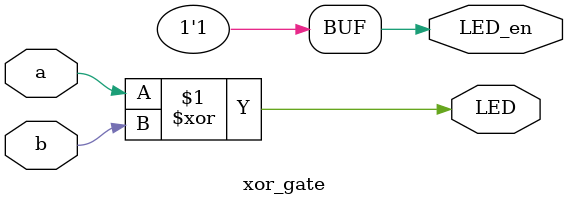
<source format=v>

(* top *) module xor_gate(
  (* iopad_external_pin *) output LED,
  (* iopad_external_pin *) output LED_en,
  (* iopad_external_pin *) input a,  
  (* iopad_external_pin *) input b
  );
  
  assign LED_en = 1'b1;
  assign LED = a ^ b;
  
endmodule

</source>
